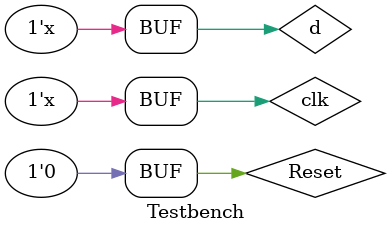
<source format=v>
`timescale 1ns / 1ps


module Testbench();
    reg  clk  = 0;
    reg   d   = 0;
    reg Reset = 0;
    wire  q;
    wire  qb;
    
    Lab_4_2 test(
        .clk(clk),
        .reset(Reset),
        .d(d),
        .q(q),
        .qb(qb)
    );
    
    initial
        begin
            clk = 0;
             d  = 0;
            #100;
            Reset=1;
            #400;
            Reset=0;
        end
        
    always #20 clk=~clk;
    always #30  d =~ d;
endmodule

</source>
